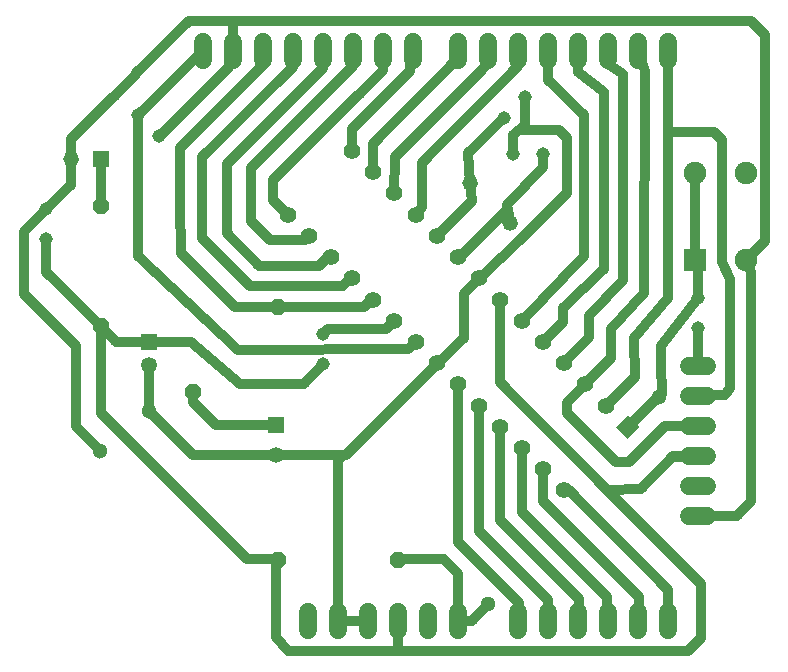
<source format=gbr>
G04 EAGLE Gerber X2 export*
%TF.Part,Single*%
%TF.FileFunction,Copper,L1,Bot,Mixed*%
%TF.FilePolarity,Positive*%
%TF.GenerationSoftware,Autodesk,EAGLE,9.0.0*%
%TF.CreationDate,2018-06-20T12:37:21Z*%
G75*
%MOMM*%
%FSLAX34Y34*%
%LPD*%
%AMOC8*
5,1,8,0,0,1.08239X$1,22.5*%
G01*
%ADD10C,1.143000*%
%ADD11R,1.350000X1.350000*%
%ADD12C,1.350000*%
%ADD13R,1.320800X1.320800*%
%ADD14C,1.320800*%
%ADD15C,1.524000*%
%ADD16P,1.429621X8X22.500000*%
%ADD17P,1.429621X8X67.500000*%
%ADD18P,1.429621X8X112.500000*%
%ADD19R,1.408000X1.408000*%
%ADD20C,1.408000*%
%ADD21R,1.905000X1.905000*%
%ADD22C,1.905000*%
%ADD23C,0.812800*%
%ADD24C,1.300000*%


D10*
X444251Y488445D03*
X426290Y470485D03*
X433657Y440321D03*
X459057Y440321D03*
X38463Y393591D03*
X38729Y368192D03*
X134336Y455045D03*
X116376Y473005D03*
D11*
X125384Y281192D03*
D12*
X125384Y261192D03*
D13*
X233400Y210347D03*
D14*
X233400Y184947D03*
D13*
X84505Y435645D03*
D14*
X59105Y435645D03*
D15*
X582686Y260825D02*
X597926Y260825D01*
X597926Y235425D02*
X582686Y235425D01*
X582686Y210025D02*
X597926Y210025D01*
X597926Y184625D02*
X582686Y184625D01*
X582686Y159225D02*
X597926Y159225D01*
X597926Y133825D02*
X582686Y133825D01*
X260106Y52545D02*
X260106Y37305D01*
X285506Y37305D02*
X285506Y52545D01*
X310906Y52545D02*
X310906Y37305D01*
X336306Y37305D02*
X336306Y52545D01*
X361706Y52545D02*
X361706Y37305D01*
X387106Y37305D02*
X387106Y52545D01*
X171206Y519905D02*
X171206Y535145D01*
X196606Y535145D02*
X196606Y519905D01*
X222006Y519905D02*
X222006Y535145D01*
X247406Y535145D02*
X247406Y519905D01*
X272806Y519905D02*
X272806Y535145D01*
X298206Y535145D02*
X298206Y519905D01*
X323606Y519905D02*
X323606Y535145D01*
X349006Y535145D02*
X349006Y519905D01*
X564906Y519905D02*
X564906Y535145D01*
X539506Y535145D02*
X539506Y519905D01*
X514106Y519905D02*
X514106Y535145D01*
X488706Y535145D02*
X488706Y519905D01*
X463306Y519905D02*
X463306Y535145D01*
X437906Y535145D02*
X437906Y519905D01*
X412506Y519905D02*
X412506Y535145D01*
X387106Y535145D02*
X387106Y519905D01*
X437906Y52545D02*
X437906Y37305D01*
X463306Y37305D02*
X463306Y52545D01*
X488706Y52545D02*
X488706Y37305D01*
X514106Y37305D02*
X514106Y52545D01*
X539506Y52545D02*
X539506Y37305D01*
X564906Y37305D02*
X564906Y52545D01*
D16*
X235106Y96095D03*
X336706Y96095D03*
D17*
X162543Y238565D03*
X234385Y310407D03*
D18*
X84511Y294164D03*
X84511Y395764D03*
D19*
G36*
X530790Y219078D02*
X540746Y209122D01*
X530790Y199166D01*
X520834Y209122D01*
X530790Y219078D01*
G37*
D20*
X512830Y227083D03*
X494869Y245043D03*
X476909Y263004D03*
X458948Y280964D03*
X440988Y298925D03*
X423027Y316885D03*
X405067Y334846D03*
X369146Y370767D03*
X351185Y388727D03*
X333225Y406688D03*
X315264Y424648D03*
X297304Y442609D03*
X243422Y388727D03*
X261383Y370767D03*
X387106Y352806D03*
X279343Y352806D03*
X297304Y334846D03*
X315264Y316885D03*
X333225Y298925D03*
X351185Y280964D03*
X369146Y263004D03*
X387106Y245043D03*
X405067Y227083D03*
X423027Y209122D03*
X440988Y191162D03*
X458948Y173201D03*
X476909Y155241D03*
D14*
X431438Y381553D03*
X397313Y415678D03*
D21*
X587653Y350329D03*
D22*
X630833Y350329D03*
X630833Y423989D03*
X587653Y423989D03*
D10*
X590242Y318146D03*
X590242Y292746D03*
X273260Y261951D03*
X273260Y287351D03*
D23*
X196606Y527525D02*
X196606Y540225D01*
X196523Y552925D01*
X285506Y44925D02*
X310906Y44925D01*
X590306Y133825D02*
X623542Y133827D01*
X635116Y146691D01*
X634989Y340153D01*
X630833Y350329D01*
X134536Y455045D02*
X134336Y455045D01*
X134536Y455045D02*
X193579Y514087D01*
X193579Y524497D01*
X196606Y527525D01*
X369146Y263004D02*
X370251Y263004D01*
X391871Y284623D01*
X391871Y321650D01*
X405067Y334846D01*
X285608Y45026D02*
X285506Y44925D01*
X369146Y261349D02*
X369146Y263004D01*
X433657Y440321D02*
X433803Y456027D01*
X443961Y464483D01*
X444251Y488445D01*
X406150Y334846D02*
X405067Y334846D01*
X406150Y334846D02*
X423715Y352410D01*
X439376Y366904D01*
X479087Y406729D01*
X479105Y453302D01*
X472987Y460096D01*
X438658Y460487D01*
X433803Y456027D01*
X630833Y350329D02*
X646927Y366423D01*
X646927Y541215D01*
X635217Y552925D01*
X196523Y552925D01*
X125384Y261192D02*
X125384Y222356D01*
X159523Y552925D02*
X196523Y552925D01*
X59105Y452507D02*
X59105Y435645D01*
X114947Y508349D02*
X159523Y552925D01*
X114947Y508349D02*
X114947Y507531D01*
X96087Y488670D01*
X95269Y488670D01*
X59105Y452507D01*
X59105Y414233D02*
X38463Y393591D01*
X59105Y414233D02*
X59105Y435645D01*
X38463Y393591D02*
X19346Y374473D01*
X19346Y321498D01*
X63533Y277311D01*
X63533Y209937D02*
X84291Y188259D01*
X63533Y209937D02*
X63533Y277311D01*
D24*
X125384Y222356D03*
X84291Y188259D03*
D23*
X162792Y184947D02*
X233400Y184947D01*
X162792Y184947D02*
X125384Y222356D01*
X233400Y184947D02*
X289768Y184947D01*
X292195Y184947D01*
X370251Y263004D01*
X289768Y184947D02*
X285608Y180787D01*
X285608Y45026D01*
X387106Y352806D02*
X388445Y352806D01*
X429223Y393775D01*
X431102Y382803D01*
X431438Y381553D01*
X430532Y383118D01*
X428895Y397158D01*
X459296Y429057D01*
X459057Y440321D01*
X398655Y399966D02*
X369146Y370767D01*
X398655Y399966D02*
X397313Y415678D01*
X395598Y441001D01*
X426290Y470485D01*
X556859Y234515D02*
X530790Y209122D01*
X556859Y234515D02*
X559579Y237164D01*
X558981Y263174D01*
X558864Y277652D01*
X590242Y318146D01*
X590242Y347739D02*
X587653Y350329D01*
X590242Y347739D02*
X590242Y318146D01*
X587653Y350329D02*
X587653Y423989D01*
X340449Y96866D02*
X336706Y96095D01*
X340449Y96866D02*
X374942Y96866D01*
X387106Y84702D01*
X387106Y44925D01*
X399006Y44925D01*
X412655Y58722D01*
D24*
X412655Y58722D03*
X556921Y234141D03*
D23*
X556821Y234004D01*
X556859Y234515D01*
X351185Y280964D02*
X344969Y274748D01*
X116376Y473005D02*
X170896Y527525D01*
X171206Y527525D01*
X116615Y353569D02*
X200568Y274534D01*
X116615Y353569D02*
X116615Y472766D01*
X116376Y473005D01*
X200568Y274534D02*
X344969Y274748D01*
X276981Y292011D02*
X273260Y287351D01*
X276981Y292011D02*
X326230Y291930D01*
X333225Y298925D01*
X315264Y316885D02*
X313744Y316885D01*
X307600Y310741D01*
X234125Y310823D01*
X234385Y310407D01*
X222049Y515375D02*
X222006Y527525D01*
X222049Y515375D02*
X151673Y445482D01*
X151751Y397498D01*
X152207Y356667D01*
X198100Y310771D01*
X234385Y310407D01*
X247406Y514083D02*
X247406Y527525D01*
X247406Y514083D02*
X238113Y504790D01*
X237800Y504790D01*
X170725Y437715D01*
X170383Y437373D01*
X296065Y334846D02*
X297304Y334846D01*
X296065Y334846D02*
X289424Y328205D01*
X211107Y328205D01*
X170725Y368587D01*
X170725Y437715D01*
X276756Y352806D02*
X279343Y352806D01*
X276756Y352806D02*
X269551Y345601D01*
X218889Y345601D01*
X191567Y372923D01*
X191567Y431566D01*
X272663Y512661D01*
X272663Y527381D01*
X272806Y527525D01*
X298206Y527525D02*
X298206Y514275D01*
X211933Y428002D01*
X211933Y383432D01*
X228382Y366983D01*
X257599Y366983D01*
X261383Y370767D01*
X323606Y510916D02*
X323606Y527525D01*
X323606Y510916D02*
X303107Y490417D01*
X302796Y490417D01*
X230588Y418209D01*
X230588Y401562D01*
X243422Y388727D01*
X297304Y442609D02*
X297304Y461037D01*
X346633Y510366D01*
X346633Y525151D01*
X349006Y527525D01*
X476909Y155241D02*
X480751Y155241D01*
X564792Y71200D01*
X564792Y45039D01*
X564906Y44925D01*
X458948Y146597D02*
X458948Y173201D01*
X458948Y146597D02*
X540163Y65382D01*
X540163Y45581D01*
X539506Y44925D01*
X440988Y137191D02*
X440988Y191162D01*
X440988Y137191D02*
X513139Y65040D01*
X513139Y45892D01*
X514106Y44925D01*
X423027Y129838D02*
X423027Y209122D01*
X423027Y129838D02*
X489194Y63671D01*
X489194Y45413D01*
X488706Y44925D01*
X405067Y120775D02*
X405067Y227083D01*
X405067Y120775D02*
X461144Y64698D01*
X461169Y64698D01*
X463778Y62088D01*
X463778Y45397D01*
X463306Y44925D01*
X387106Y111327D02*
X387106Y245043D01*
X387106Y111327D02*
X438700Y59733D01*
X438700Y45719D01*
X437906Y44925D01*
X315264Y424648D02*
X315429Y448573D01*
X385638Y519442D01*
X385968Y526386D01*
X387106Y527525D01*
X333884Y437862D02*
X333225Y406688D01*
X333884Y437862D02*
X407435Y511413D01*
X410074Y514505D01*
X413436Y522815D01*
X411621Y526640D01*
X412506Y527525D01*
X437906Y527525D02*
X438071Y514379D01*
X356619Y432162D01*
X356564Y395096D01*
X351185Y388727D01*
X440988Y298925D02*
X494211Y353347D01*
X494211Y473521D01*
X463306Y502430D01*
X463306Y527525D01*
X488706Y527525D02*
X488739Y527849D01*
X488739Y509393D01*
X510541Y492423D01*
X510541Y342905D01*
X475920Y309894D01*
X475920Y298008D01*
X458948Y281037D01*
X458948Y280964D01*
X476909Y263004D02*
X498429Y285325D01*
X497907Y303002D01*
X526928Y333152D01*
X526928Y507670D01*
X514106Y516513D01*
X514106Y527525D01*
X336306Y44925D02*
X336574Y19317D01*
X243436Y19168D01*
X233403Y30993D01*
X233403Y93223D01*
X235106Y96095D01*
X423027Y247441D02*
X423027Y316885D01*
X423027Y247441D02*
X513127Y155966D01*
X541952Y156883D01*
X568462Y183623D01*
X594003Y183623D01*
X595424Y182202D01*
X590306Y184625D02*
X569464Y184625D01*
X568462Y183623D01*
X513127Y155966D02*
X506026Y163216D01*
X593029Y76213D01*
X593029Y30364D01*
X582189Y19525D01*
X336574Y19317D01*
X161439Y281192D02*
X125384Y281192D01*
X161439Y281192D02*
X202855Y245500D01*
X256572Y245521D01*
X273260Y261951D01*
X125384Y281192D02*
X97483Y281192D01*
X84511Y294164D01*
X84511Y220566D01*
X208271Y96806D01*
X234395Y96806D01*
X235106Y96095D01*
X38729Y339946D02*
X38729Y368192D01*
X38729Y339946D02*
X84511Y294164D01*
X512810Y227103D02*
X512830Y227083D01*
X512810Y227103D02*
X536621Y251488D01*
X536409Y284703D01*
X564745Y318386D01*
X564906Y411760D01*
X564906Y458933D01*
X564906Y527525D01*
X591030Y236149D02*
X590306Y235425D01*
X591030Y236149D02*
X613341Y236446D01*
X617672Y241743D01*
X617474Y334659D01*
X610395Y348470D01*
X610391Y452216D01*
X604087Y459004D01*
X564906Y458933D01*
X494869Y245043D02*
X479175Y229349D01*
X479175Y220567D01*
X520522Y179220D01*
X531564Y179220D01*
X562368Y210025D01*
X590306Y210025D01*
X545300Y510228D02*
X539506Y527525D01*
X545300Y510228D02*
X544837Y322263D01*
X516944Y291757D01*
X516970Y267285D01*
X514107Y264567D01*
X494869Y245043D01*
X590306Y260825D02*
X590242Y292746D01*
X84511Y395764D02*
X84505Y435645D01*
X162543Y238565D02*
X162543Y229831D01*
X181890Y210484D01*
X233263Y210484D01*
X233400Y210347D01*
M02*

</source>
